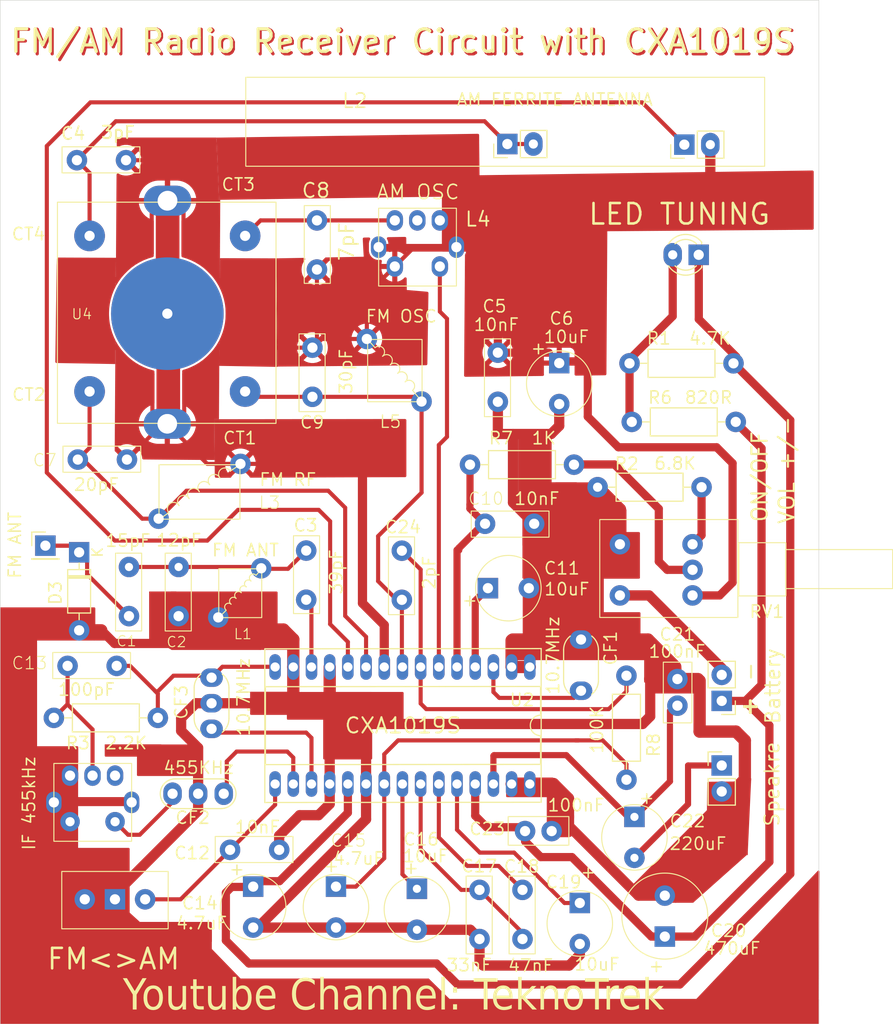
<source format=kicad_pcb>
(kicad_pcb (version 20240108) (generator "pcbnew") (generator_version "8.0")
  (layers (0 "F.Cu" signal) (31 "B.Cu" signal) (34 "B.Paste" user) (35 "F.Paste" user) (36 "B.SilkS" user "B.Silkscreen") (37 "F.SilkS" user "F.Silkscreen") (38 "B.Mask" user) (39 "F.Mask" user) (44 "Edge.Cuts" user))
  (net 0 "")
  (net 1 "Net-(C1-Pad2)")
  (net 2 "Net-(U2-FM_RF_IN)")
  (net 3 "Net-(U2-AM_RF_IN)")
  (net 4 "Net-(U2-REG_OUT)")
  (net 5 "Net-(U2-FM_RF)")
  (net 6 "Net-(C8-Pad1)")
  (net 7 "Net-(U2-FM_OSC)")
  (net 8 "Net-(U2-VOL)")
  (net 9 "Net-(U2-NF)")
  (net 10 "Net-(SW1-C)")
  (net 11 "Net-(U2-FM_AM_IF_OUT)")
  (net 12 "Net-(C13-Pad1)")
  (net 13 "Net-(D2-K)")
  (net 14 "Net-(C15-Pad1)")
  (net 15 "Net-(C16-Pad1)")
  (net 16 "Net-(U2-DET_OUT)")
  (net 17 "Net-(U2-AF_IN)")
  (net 18 "Net-(U2-RIPPLE_FILTER)")
  (net 19 "Net-(U2-VCC)")
  (net 20 "Net-(U2-AF_OUT)")
  (net 21 "Net-(C22-Pad2)")
  (net 22 "Net-(U2-AFC)")
  (net 23 "Net-(U2-FM_DISCRI)")
  (net 24 "Net-(U2-AM_IF_IN)")
  (net 25 "Net-(CF2-Pad1)")
  (net 26 "Net-(U2-FM_IF_IN)")
  (net 27 "Net-(D2-A)")
  (net 28 "Net-(J2-Pad2)")
  (net 29 "Net-(U2-AM_OSC)")
  (net 30 "Net-(R2-Pad1)")
  (net 31 "Net-(R7-Pad2)")
  (net 33 "Net-(C4-Pad1)")
  (net 34 "Net-(D3-K)")
  (net 35 "GND")
  (footprint "Add_My_Library:47nF_Capasitor" (layer "F.Cu") (at 138.08 125.2325 90)
    (property "Reference" "C18")
    (property "Value" "47nF")
  )
  (footprint "Add_My_Library:Standart_pF_Capasitor" (layer "F.Cu") (at 117.99 59.8425 -90)
    (property "Reference" "C8")
    (property "Value" "7pF")
  )
  (footprint "Crystal:Resonator-2Pin_W6.0mm_H3.0mm" (layer "F.Cu") (at 143.8 103.38 90)
    (property "Reference" "CF1")
    (property "Value" "10.7MHz")
  )
  (footprint "Add_My_Library:10uF_Capasitor" (layer "F.Cu") (at 141.67 73.38 -90)
    (property "Reference" "C6")
    (property "Value" "10uF")
  )
  (footprint "Add_My_Library:Standart_pF_Capasitor" (layer "F.Cu") (at 104.47 93.6925 90)
    (property "Reference" "C2")
    (property "Value" "12pF")
  )
  (footprint "Add_My_Library:10uF_Capasitor" (layer "F.Cu") (at 136.7 93.3625)
    (property "Reference" "C11")
    (property "Value" "10uF")
  )
  (footprint "Connector_PinHeader_2.54mm:PinHeader_1x01_P2.54mm_Vertical" (layer "F.Cu") (at 91.45 89.21)
    (property "Reference" "J3" (hide yes))
    (property "Value" "Terminal" (hide yes))
  )
  (footprint "Add_My_Library:10uF_Capasitor" (layer "F.Cu") (at 143.68 126.1125 -90)
    (property "Reference" "C19")
    (property "Value" "10uF")
  )
  (footprint "Add_My_Library:10uF_Capasitor" (layer "F.Cu") (at 127.76 124.725 -90)
    (property "Reference" "C16")
    (property "Value" "10uF")
  )
  (footprint "Resistor_THT:R_Axial_DIN0207_L6.3mm_D2.5mm_P10.16mm_Horizontal" (layer "F.Cu") (at 155.58 83.5 180)
    (property "Reference" "R2")
    (property "Value" "6.8K")
  )
  (footprint "Add_My_Library:33nF_Capasitor" (layer "F.Cu") (at 133.88 125.2325 90)
    (property "Reference" "C17")
    (property "Value" "33nF")
  )
  (footprint "Connector_PinHeader_2.54mm:PinHeader_1x02_P2.54mm_Vertical" (layer "F.Cu") (at 157.55 104.3725 180)
    (property "Reference" "J2" (hide yes))
    (property "Value" "Terminal" (hide yes))
  )
  (footprint "Add_My_Library:39pF_Capasitor" (layer "F.Cu") (at 116.94 92.0925 -90)
    (property "Reference" "C3")
    (property "Value" "39pF")
  )
  (footprint "Add_My_Library:220uF_Capasitor" (layer "F.Cu") (at 149.02 117.7025 -90)
    (property "Reference" "C22")
    (property "Value" "220uF")
  )
  (footprint "Add_My_Library:470uF_Capasitor" (layer "F.Cu") (at 151.99 125.3925 90)
    (property "Reference" "C20")
    (property "Value" "470uF")
  )
  (footprint "Add_My_Library:L5" (layer "F.Cu") (at 128.215 69.0225 -90)
    (property "Reference" "L5")
    (property "Value" "~" (hide yes))
  )
  (footprint "Add_My_Library:4_7uF_Capasitor" (layer "F.Cu") (at 111.76 124.5125 -90)
    (property "Reference" "C14")
    (property "Value" "4.7uF")
  )
  (footprint "Resistor_THT:R_Axial_DIN0207_L6.3mm_D2.5mm_P10.16mm_Horizontal" (layer "F.Cu") (at 92.28 106.03)
    (property "Reference" "R3")
    (property "Value" "2.2K")
  )
  (footprint "Crystal:Resonator-3Pin_W6.0mm_H3.0mm" (layer "F.Cu") (at 107.69 102.1025 -90)
    (property "Reference" "CF3")
    (property "Value" "10.7MHz")
  )
  (footprint "Add_My_Library:Standart_pF_Capasitor" (layer "F.Cu") (at 99.62 93.6925 90)
    (property "Reference" "C1")
    (property "Value" "15pF")
  )
  (footprint "Diode_THT:D_DO-35_SOD27_P7.62mm_Horizontal" (layer "F.Cu") (at 94.75 89.86 -90)
    (property "Reference" "D3")
    (property "Value" "1N4148" (hide yes))
  )
  (footprint "Add_My_Library:IFT_455_Khz" (layer "F.Cu") (at 96.06 111.6725 -90)
    (property "Reference" "TR1" (hide yes))
    (property "Value" "IF 455kHz")
  )
  (footprint "Add_My_Library:100nF_Capasitor" (layer "F.Cu") (at 153.22 103.54 90)
    (property "Reference" "C21")
    (property "Value" "100nF")
  )
  (footprint "Add_My_Library:Standart_pF_Capasitor" (layer "F.Cu") (at 96.93 51.5625)
    (property "Reference" "C4")
    (property "Value" "3pF")
  )
  (footprint "Add_My_Library:100nF_Capasitor" (layer "F.Cu") (at 139.63 117.09 180)
    (property "Reference" "C23")
    (property "Value" "100nF")
  )
  (footprint "Crystal:Resonator-3Pin_W7.0mm_H2.5mm" (layer "F.Cu") (at 103.88 113.44)
    (property "Reference" "CF2")
    (property "Value" "455KHz")
  )
  (footprint "Add_My_Library:10nF_Capasitor" (layer "F.Cu") (at 135.67 72.76 90)
    (property "Reference" "C5")
    (property "Value" "10nF")
  )
  (footprint "LED_THT:LED_D3.0mm" (layer "F.Cu") (at 155.3 60.8025 180)
    (property "Reference" "D2" (hide yes))
    (property "Value" "LED" (hide yes))
  )
  (footprint "Add_My_Library:4_7uF_Capasitor" (layer "F.Cu") (at 119.85 124.5125 -90)
    (property "Reference" "C15")
    (property "Value" "4.7uF")
  )
  (footprint "Add_My_Library:Standart_pF_Capasitor" (layer "F.Cu") (at 96.02 100.9525)
    (property "Reference" "C13")
    (property "Value" "100pF")
  )
  (footprint "Add_My_Library:Standart_pF_Capasitor" (layer "F.Cu") (at 97.02 80.8025)
    (property "Reference" "C7")
    (property "Value" "20pF")
  )
  (footprint "Resistor_THT:R_Axial_DIN0207_L6.3mm_D2.5mm_P10.16mm_Horizontal" (layer "F.Cu") (at 148.24 101.9125 -90)
    (property "Reference" "R8")
    (property "Value" "100K")
  )
  (footprint "Add_My_Library:L3" (layer "F.Cu") (at 110.515 86.575 180)
    (property "Reference" "L3")
    (property "Value" "~" (hide yes))
  )
  (footprint "Resistor_THT:R_Axial_DIN0207_L6.3mm_D2.5mm_P10.16mm_Horizontal" (layer "F.Cu") (at 132.95 81.3)
    (property "Reference" "R7")
    (property "Value" "1K")
  )
  (footprint "Add_My_Library:Varyabl" (layer "F.Cu") (at 103.37 66.5525)
    (property "Reference" "U4")
    (property "Value" "~" (hide yes))
  )
  (footprint "Add_My_Library:Standart_pF_Capasitor" (layer "F.Cu") (at 117.55 72.2725 90)
    (property "Reference" "C9" (hide yes))
    (property "Value" "30pF")
  )
  (footprint "Add_My_Library:2_2pF_Capasitor" (layer "F.Cu") (at 126.29 92.1025 90)
    (property "Reference" "C24")
    (property "Value" "2pF")
  )
  (footprint "Add_My_Library:10nF_Capasitor" (layer "F.Cu") (at 111.9 118.9225)
    (property "Reference" "C12")
    (property "Value" "10nF")
  )
  (footprint "Resistor_THT:R_Axial_DIN0207_L6.3mm_D2.5mm_P10.16mm_Horizontal" (layer "F.Cu") (at 148.54 71.4025)
    (property "Reference" "R1")
    (property "Value" "4.7K")
  )
  (footprint "Add_My_Library:SDIP-30_W11.43mm" (layer "F.Cu") (at 119.235 101.06125 -90)
    (property "Reference" "U2")
    (property "Value" "CXA1019S")
  )
  (footprint "Resistor_THT:R_Axial_DIN0207_L6.3mm_D2.5mm_P10.16mm_Horizontal" (layer "F.Cu") (at 158.92 77.1225 180)
    (property "Reference" "R6")
    (property "Value" "820R")
  )
  (footprint "Add_My_Library:10nF_Capasitor" (layer "F.Cu") (at 136.82 87.0725 180)
    (property "Reference" "C10")
    (property "Value" "10nF")
  )
  (footprint "Add_My_Library:SW_Slide" (layer "F.Cu") (at 98.25 123.7525 180)
    (property "Reference" "SW1" (hide yes))
    (property "Value" "FM <> AM" (hide yes))
  )
  (footprint "Add_My_Library:Am_Ferit_Ant" (layer "F.Cu") (at 111.06 48.6925)
    (property "Reference" "L2")
    (property "Value" "L_Ferrite" (hide yes))
  )
  (footprint "Add_My_Library:L4_AM_OSC" (layer "F.Cu") (at 127.8 57.4425 -90)
    (property "Reference" "L4")
    (property "Value" "AM OSC")
  )
  (footprint "Add_My_Library:L1" (layer "F.Cu") (at 112.545 91.4175 -90)
    (property "Reference" "L1")
    (property "Value" "FM ANT")
  )
  (footprint "Connector_PinHeader_2.54mm:PinHeader_1x02_P2.54mm_Vertical" (layer "F.Cu") (at 157.55 110.6825)
    (property "Reference" "J1" (hide yes))
    (property "Value" "Terminal" (hide yes))
  )
  (footprint "Add_My_Library:R_Pot_Switch_Footer" (layer "F.Cu") (at 154.7 91.5725)
    (property "Reference" "RV1" (hide yes))
    (property "Value" "50K" (hide yes))
  )
  (gr_rect (start 99.32 126.06) (end 107.62 127.85) (stroke (width 0.2)) (fill solid) (layer "F.Cu") (net 35))
  (gr_rect (start 111.56 103.58) (end 115.23 105.64) (stroke (width 0.2)) (fill solid) (layer "F.Cu") (net 35))
  (gr_rect (start 138.285 85.88) (end 145.925 98.14) (stroke (width 0.2)) (fill solid) (layer "F.Cu") (net 35))
  (gr_rect (start 92.03 113.87) (end 100.23 114.55) (stroke (width 0.2)) (fill solid) (layer "F.Cu") (net 35))
  (gr_rect (start 139.825 83.12) (end 143.34 84.68) (stroke (width 0.2)) (fill solid) (layer "F.Cu") (net 35))
  (gr_poly (pts (xy 99.6 125.11) (xy 101.53 126.87) (xy 98.2 126.75)) (stroke (width 0.2)) (fill solid) (layer "F.Cu") (net 35))
  (gr_rect (start 155.54 116.44) (end 159.99 119.3) (stroke (width 0.2)) (fill solid) (layer "F.Cu") (net 35))
  (gr_rect (start 100.5 108.73) (end 106.18 111.61) (stroke (width 0.2)) (fill solid) (layer "F.Cu") (net 35))
  (gr_rect (start 140.55 113.32) (end 142.55 117.2) (stroke (width 0.2)) (fill solid) (layer "F.Cu") (net 35))
  (gr_rect (start 87.12 95.34) (end 96.23 98.38) (stroke (width 0.2)) (fill solid) (layer "F.Cu") (net 35))
  (gr_rect (start 104.29 96.17) (end 109.02 97.88) (stroke (width 0.2)) (fill solid) (layer "F.Cu") (net 35))
  (gr_poly (pts (xy 156.23 112.37) (xy 156.19 116.46) (xy 159.99 116.44) (xy 159.88 112.34)) (stroke (width 0.2)) (fill solid) (layer "F.Cu") (net 35))
  (gr_rect (start 118.7 103.6) (end 123.29 109.99) (stroke (width 0.2)) (fill solid) (layer "F.Cu") (net 35))
  (gr_rect (start 88.205 108.9) (end 94.565 110.31) (stroke (width 0.2)) (fill solid) (layer "F.Cu") (net 35))
  (gr_rect (start 151.07 99.795) (end 152.08 103.425) (stroke (width 0.2)) (fill solid) (layer "F.Cu") (net 35))
  (gr_poly (pts (xy 154.715 123.99) (xy 159.99 119.3) (xy 155.54 116.44) (xy 152.235 122.37)) (stroke (width 0.2)) (fill solid) (layer "F.Cu") (net 35))
  (gr_rect (start 152.235 119.51) (end 156.6 122.19) (stroke (width 0.2)) (fill solid) (layer "F.Cu") (net 35))
  (gr_rect (start 150.07 98.405) (end 151.08 102.495) (stroke (width 0.2)) (fill solid) (layer "F.Cu") (net 35))
  (gr_poly (pts (xy 154.76 133.95) (xy 167.01 121.04) (xy 166.94 135.41) (xy 154.11 135.45)) (stroke (width 0.2)) (fill solid) (layer "F.Cu") (net 35))
  (gr_rect (start 138.175 87.98) (end 149.455 92.34) (stroke (width 0.2)) (fill solid) (layer "F.Cu") (net 35))
  (gr_rect (start 137.15 97.905) (end 150.32 100.295) (stroke (width 0.2)) (fill solid) (layer "F.Cu") (net 35))
  (gr_rect (start 112.39 103.77) (end 116.51 105.44) (stroke (width 0.2)) (fill solid) (layer "F.Cu") (net 35))
  (gr_rect (start 151.31 120.28) (end 154.715 123.99) (stroke (width 0.2)) (fill solid) (layer "F.Cu") (net 35))
  (gr_rect (start 130.3 55.13) (end 133.45 60.38) (stroke (width 0.2)) (fill solid) (layer "F.Cu") (net 4))
  (gr_rect (start 112.465 98.04) (end 115.33 99.29) (stroke (width 0.2)) (fill solid) (layer "F.Cu") (net 35))
  (gr_rect (start 101.69 93.785) (end 104.21 98.495) (stroke (width 0.2)) (fill solid) (layer "F.Cu") (net 35))
  (gr_rect (start 106.635 131.59) (end 128.875 135.86) (stroke (width 0.2)) (fill solid) (layer "F.Cu") (net 35))
  (gr_rect (start 89.61 110.28) (end 94.55 119.05) (stroke (width 0.2)) (fill solid) (layer "F.Cu") (net 35))
  (gr_rect (start 150.71 101.85) (end 155.1 103.55) (stroke (width 0.2)) (fill solid) (layer "F.Cu") (net 35))
  (gr_rect (start 97.35 108.72) (end 102.72 109.72) (stroke (width 0.2)) (fill solid) (layer "F.Cu") (net 35))
  (gr_rect (start 151.88 100.3) (end 152.89 103.42) (stroke (width 0.2)) (fill solid) (layer "F.Cu") (net 35))
  (gr_rect (start 87.115 126.87) (end 107.615 135.86) (stroke (width 0.2)) (fill solid) (layer "F.Cu") (net 35))
  (gr_rect (start 137.75 77.91) (end 140.825 85.6) (stroke (width 0.2)) (fill solid) (layer "F.Cu") (net 35))
  (gr_rect (start 87.12 95.405) (end 90.54 126.885) (stroke (width 0.2)) (fill solid) (layer "F.Cu") (net 35))
  (gr_rect (start 140.85 84.5) (end 146.84 87.47) (stroke (width 0.2)) (fill solid) (layer "F.Cu") (net 35))
  (gr_rect (start 123.55 59.84) (end 133.01 60.39) (stroke (width 0.2)) (fill solid) (layer "F.Cu") (net 4))
  (gr_poly (pts (xy 107 128.01) (xy 110.63 131.74) (xy 107.13 131.48) (xy 106.67 128.14)) (stroke (width 0.2)) (fill solid) (layer "F.Cu") (net 35))
  (gr_rect (start 103.805 98.04) (end 112.465 99.3) (stroke (width 0.2)) (fill solid) (layer "F.Cu") (net 35))
  (gr_poly (pts (xy 159.99 119.3) (xy 160.33 111.99) (xy 156.58 116.14)) (stroke (width 0.2)) (fill solid) (layer "F.Cu") (net 35))
  (gr_rect (start 136.58 111.96) (end 141.02 113.68) (stroke (width 0.2)) (fill solid) (layer "F.Cu") (net 35))
  (gr_poly (pts (xy 149.29 122.03) (xy 156.29 115) (xy 153.0125 123.99) (xy 149.69 123.11) (xy 148.71 122.59)) (stroke (width 0.2)) (fill solid) (layer "F.Cu") (net 35))
  (gr_rect (start 89.97 97.93) (end 97.48 97.9554) (stroke (width 0.2)) (fill solid) (layer "F.Cu") (net 35))
  (gr_rect (start 115.15 103.6) (end 126.36 106.11) (stroke (width 0.2)) (fill solid) (layer "F.Cu") (net 35))
  (gr_poly (pts (xy 128.875 131.59) (xy 131 133.67) (xy 128.41 133.42) (xy 128.47 131.75)) (stroke (width 0.2)) (fill solid) (layer "F.Cu") (net 35))
  (gr_rect (start 127.48 133.58) (end 166.96 135.86) (stroke (width 0.2)) (fill solid) (layer "F.Cu") (net 35))
  (gr_rect (start 103.8 93.79) (end 114.045 98.44) (stroke (width 0.2)) (fill solid) (layer "F.Cu") (net 35))
  (gr_rect (start 153.705 121.1) (end 154.74 123.45) (stroke (width 0.2)) (fill solid) (layer "F.Cu") (net 35))
  (gr_rect (start 138.17 85.72) (end 148.14 89.14) (stroke (width 0.2)) (fill solid) (layer "F.Cu") (net 35))
  (gr_rect (start 141.415 83.13) (end 145.755 88.5) (stroke (width 0.2)) (fill solid) (layer "F.Cu") (net 35))
  (gr_rect (start 89.615 118.83) (end 99.585 126.87) (stroke (width 0.2)) (fill solid) (layer "F.Cu") (net 35))
  (gr_rect (start 96.23 97.97) (end 97.48 98.38) (stroke (width 0.2)) (fill solid) (layer "F.Cu") (net 35))
  (gr_rect (start 138.445 95.81) (end 149.51 98.09) (stroke (width 0.2)) (fill solid) (layer "F.Cu") (net 35))
  (gr_rect (start 153.66 117.98) (end 157.765 120.73) (stroke (width 0.2)) (fill solid) (layer "F.Cu") (net 35))
  (gr_rect (start 87.04 35.94) (end 167.04 135.94) (stroke (width 0.05)) (fill none) (layer "Edge.Cuts"))
  (gr_text "FM/AM Radio Receiver Circuit with CXA1019S" (at 126.53 40.08 0) (layer "F.Cu") (effects (font (size 2.4 2.2) (thickness 0.3125))))
  (gr_text "FM ANT" (at 89.17 92.52 90) (layer "F.SilkS") (effects (font (size 1.2 1.2)) (justify left bottom)))
  (gr_text "FM<>AM" (at 91.47 130.75 0) (layer "F.SilkS") (effects (font (size 2 2) (thickness 0.25)) (justify left bottom)))
  (gr_text "FM/AM Radio Receiver Circuit with CXA1019S" (at 126.34 39.93 0) (layer "F.SilkS") (effects (font (size 2.2 2.2) (thickness 0.3125))))
  (gr_text "FM OSC" (at 122.68 67.51 0) (layer "F.SilkS") (effects (font (size 1.2 1.2)) (justify left bottom)))
  (gr_text "LED TUNING" (at 144.38 58 0) (layer "F.SilkS") (effects (font (size 2 2) (thickness 0.25)) (justify left bottom)))
  (gr_text "FM RF" (at 112.28 83.46 0) (layer "F.SilkS") (effects (font (size 1.2 1.2)) (justify left bottom)))
  (gr_text "Battery" (at 163.37 106.75 90) (layer "F.SilkS") (effects (font (size 1.4 1.4) (thickness 0.175)) (justify left bottom)))
  (gr_text "AM FERRITE ANTENNA" (at 131.57 46.35 0) (layer "F.SilkS") (effects (font (size 1.2 1.2)) (justify left bottom)))
  (gr_text "Youtube Channel: TeknoTrek" (at 125.48 133.27 0) (layer "F.SilkS") (effects (font (size 3 2.7) (thickness 0.3375))))
  (gr_text "Speakre" (at 163.29 116.75 90) (layer "F.SilkS") (effects (font (size 1.4 1.4) (thickness 0.175)) (justify left bottom)))
  (segment (start 112.42 91.2925) (end 112.545 91.4175) (width 0.4) (layer "F.Cu") (net 1))
  (segment (start 104.47 91.2925) (end 112.42 91.2925) (width 0.4) (layer "F.Cu") (net 1))
  (segment (start 112.6 91.4725) (end 112.545 91.4175) (width 0.4) (layer "F.Cu") (net 1))
  (segment (start 99.62 91.2925) (end 104.47 91.2925) (width 0.4) (layer "F.Cu") (net 1))
  (segment (start 116.94 89.6925) (end 115.16 91.4725) (width 0.4) (layer "F.Cu") (net 1))
  (segment (start 115.16 91.4725) (end 112.6 91.4725) (width 0.4) (layer "F.Cu") (net 1))
  (segment (start 116.94 94.4925) (end 117.45 95.0025) (width 0.4) (layer "F.Cu") (net 2))
  (segment (start 117.45 101.05425) (end 117.457 101.06125) (width 0.4) (layer "F.Cu") (net 2))
  (segment (start 117.45 95.0025) (end 117.45 101.05425) (width 0.4) (layer "F.Cu") (net 2))
  (segment (start 119.28 86.8325) (end 119.28 96.88) (width 0.4) (layer "F.Cu") (net 3))
  (segment (start 91.59 82.0725) (end 98.23 88.7125) (width 0.4) (layer "F.Cu") (net 3))
  (segment (start 98.23 88.7125) (end 107.28 88.7125) (width 0.4) (layer "F.Cu") (net 3))
  (segment (start 149.765 45.9125) (end 95.85 45.9125) (width 0.4) (layer "F.Cu") (net 3))
  (segment (start 121.013 98.613) (end 121.013 101.06125) (width 0.4) (layer "F.Cu") (net 3))
  (segment (start 91.59 50.1725) (end 91.59 82.0725) (width 0.4) (layer "F.Cu") (net 3))
  (segment (start 110.28 85.7125) (end 118.16 85.7125) (width 0.4) (layer "F.Cu") (net 3))
  (segment (start 153.895 50.0425) (end 149.765 45.9125) (width 0.4) (layer "F.Cu") (net 3))
  (segment (start 107.28 88.7125) (end 110.28 85.7125) (width 0.4) (layer "F.Cu") (net 3))
  (segment (start 119.28 96.88) (end 121.013 98.613) (width 0.4) (layer "F.Cu") (net 3))
  (segment (start 95.85 45.9125) (end 91.59 50.1725) (width 0.4) (layer "F.Cu") (net 3))
  (segment (start 118.16 85.7125) (end 119.28 86.8325) (width 0.4) (layer "F.Cu") (net 3))
  (segment (start 141.67 71.38) (end 141.84 71.21) (width 0.4) (layer "F.Cu") (net 4))
  (segment (start 133.09 60.56) (end 135.67 63.14) (width 0.4) (layer "F.Cu") (net 4))
  (segment (start 101.84 56.540393) (end 101.84 60.6525) (width 0.4) (layer "F.Cu") (net 4))
  (segment (start 125.6 61.9425) (end 127.4275 60.115) (width 0.4) (layer "F.Cu") (net 4))
  (segment (start 127.4275 60.115) (end 128.28 60.115) (width 0.4) (layer "F.Cu") (net 4))
  (segment (start 117.99 62.2425) (end 117.99 69.4325) (width 0.4) (layer "F.Cu") (net 4))
  (segment (start 157.3475 94.0725) (end 154.7 94.0725) (width 0.8) (layer "F.Cu") (net 4))
  (segment (start 105.02 72.4525) (end 105.02 76.209607) (width 0.4) (layer "F.Cu") (net 4))
  (segment (start 124.569 96.9615) (end 124.569 101.06125) (width 0.9) (layer "F.Cu") (net 4))
  (segment (start 156.435 50.0425) (end 156.435 53.125) (width 1) (layer "F.Cu") (net 4))
  (segment (start 156.435 53.125) (end 154.42 55.14) (width 0.4) (layer "F.Cu") (net 4))
  (segment (start 109.45 65.0825) (end 109.27 64.9025) (width 0.4) (layer "F.Cu") (net 4))
  (segment (start 103.4 55.5025) (end 102.877893 55.5025) (width 0.4) (layer "F.Cu") (net 4))
  (segment (start 144.46 76.6125) (end 147.4475 79.6) (width 0.8) (layer "F.Cu") (net 4))
  (segment (start 154.42 55.14) (end 137.91 55.14) (width 0.4) (layer "F.Cu") (net 4))
  (segment (start 133.09 59.96) (end 133.09 60.56) (width 0.4) (layer "F.Cu") (net 4))
  (segment (start 103.4 52.76) (end 103.4 55.5025) (width 0.4) (layer "F.Cu") (net 4))
  (segment (start 117.55 69.8725) (end 110.22 69.8725) (width 0.4) (layer "F.Cu") (net 4))
  (segment (start 109.27 68.996361) (end 105.813861 72.4525) (width 0.4) (layer "F.Cu") (net 4))
  (segment (start 105.02 76.209607) (end 103.927107 77.3025) (width 0.4) (layer "F.Cu") (net 4))
  (segment (start 135.67 70.36) (end 140.65 70.36) (width 0.8) (layer "F.Cu") (net 4))
  (segment (start 104.95 56.540393) (end 104.95 60.6525) (width 0.4) (layer "F.Cu") (net 4))
  (segment (start 97.47 64.108639) (end 97.47 68.996361) (width 0.4) (layer "F.Cu") (net 4))
  (segment (start 103.912107 55.5025) (end 104.95 56.540393) (width 0.4) (layer "F.Cu") (net 4))
  (segment (start 122.395 81.225) (end 122.44 81.27) (width 0.9) (layer "F.Cu") (net 4))
  (segment (start 103.927107 77.3025) (end 103.37 77.3025) (width 0.4) (layer "F.Cu") (net 4))
  (segment (start 122.44 81.27) (end 122.44 94.8325) (width 0.9) (layer "F.Cu") (net 4))
  (segment (start 110.515 81.225) (end 119.485 81.225) (width 0.4) (layer "F.Cu") (net 4))
  (segment (start 117.99 69.4325) (end 117.55 69.8725) (width 0.4) (layer "F.Cu") (net 4))
  (segment (start 130 57.4425) (end 130.936346 57.4425) (width 0.4) (layer "F.Cu") (net 4))
  (segment (start 135.67 63.14) (end 135.67 70.36) (width 0.8) (layer "F.Cu") (net 4))
  (segment (start 105.813861 60.6525) (end 109.27 64.108639) (width 0.4) (layer "F.Cu") (net 4))
  (segment (start 130.936346 57.4425) (end 133.09 57.4425) (width 0.8) (layer "F.Cu") (net 4))
  (segment (start 122.865 69.0225) (end 122.865 64.6775) (width 0.4) (layer "F.Cu") (net 4))
  (segment (start 102.2025 51.5625) (end 103.4 52.76) (width 0.4) (layer "F.Cu") (net 4))
  (segment (start 105.813861 72.4525) (end 105.02 72.4525) (width 0.4) (layer "F.Cu") (net 4))
  (segment (start 122.865 69.0225) (end 118.4 69.0225) (width 0.4) (layer "F.Cu") (net 4))
  (segment (start 122.44 94.8325) (end 124.569 96.9615) (width 0.9) (layer "F.Cu") (net 4))
  (segment (start 141.84 71.21) (end 144.46 71.21) (width 0.8) (layer "F.Cu") (net 4))
  (segment (start 147.4475 79.6) (end 157.05 79.6) (width 0.8) (layer "F.Cu") (net 4))
  (segment (start 102.877893 55.5025) (end 101.84 56.540393) (width 0.4) (layer "F.Cu") (net 4))
  (segment (start 110.22 69.8725) (end 109.45 69.1025) (width 0.4) (layer "F.Cu") (net 4))
  (segment (start 99.33 51.5625) (end 102.2025 51.5625) (width 0.4) (layer "F.Cu") (net 4))
  (segment (start 104.95 60.6525) (end 105.813861 60.6525) (width 0.4) (layer "F.Cu") (net 4))
  (segment (start 103.4 55.5025) (end 103.912107 55.5025) (width 0.4) (layer "F.Cu") (net 4))
  (segment (start 109.45 69.1025) (end 109.45 65.0825) (width 0.4) (layer "F.Cu") (net 4))
  (segment (start 157.05 79.6) (end 158.61 81.16) (width 0.8) (layer "F.Cu") (net 4))
  (segment (start 107.2725 81.225) (end 103.36 77.3125) (width 0.4) (layer "F.Cu") (net 4))
  (segment (start 101.91 72.4525) (end 101.91 76.209607) (width 0.4) (layer "F.Cu") (net 4))
  (segment (start 100.926139 72.4525) (end 101.91 72.4525) (width 0.4) (layer "F.Cu") (net 4))
  (segment (start 122.865 64.6775) (end 125.6 61.9425) (width 0.4) (layer "F.Cu") (net 4))
  (segment (start 158.61 92.81) (end 157.3475 94.0725) (width 0.8) (layer "F.Cu") (net 4))
  (segment (start 103.012893 77.3125) (end 103.36 77.3125) (width 0.4) (layer "F.Cu") (net 4))
  (segment (start 109.27 64.108639) (end 109.27 64.9025) (width 0.4) (layer "F.Cu") (net 4))
  (segment (start 102.91 77.3125) (end 103.36 77.3125) (width 0.4) (layer "F.Cu") (net 4))
  (segment (start 110.515 81.225) (end 107.2725 81.225) (width 0.4) (layer "F.Cu") (net 4))
  (segment (start 140.65 70.36) (end 141.67 71.38) (width 0.4) (layer "F.Cu") (net 4))
  (segment (start 119.485 81.225) (end 122.395 81.225) (width 0.9) (layer "F.Cu") (net 4))
  (segment (start 109.27 64.9025) (end 109.27 68.996361) (width 0.4) (layer "F.Cu") (net 4))
  (segment (start 97.47 68.996361) (end 100.926139 72.4525) (width 0.4) (layer "F.Cu") (net 4))
  (segment (start 101.84 60.6525) (end 100.926139 60.6525) (width 0.4) (layer "F.Cu") (net 4))
  (segment (start 99.42 80.8025) (end 102.91 77.3125) (width 0.4) (layer "F.Cu") (net 4))
  (segment (start 118.4 69.0225) (end 117.55 69.8725) (width 0.4) (layer "F.Cu") (net 4))
  (segment (start 133.09 59.596154) (end 133.09 59.96) (width 0.4) (layer "F.Cu") (net 4))
  (segment (start 100.926139 60.6525) (end 97.47 64.108639) (width 0.4) (layer "F.Cu") (net 4))
  (segment (start 101.91 76.209607) (end 103.012893 77.3125) (width 0.4) (layer "F.Cu") (net 4))
  (segment (start 133.09 57.4425) (end 133.09 59.596154) (width 0.8) (layer "F.Cu") (net 4))
  (segment (start 158.61 81.16) (end 158.61 92.81) (width 0.8) (layer "F.Cu") (net 4))
  (segment (start 137.91 55.14) (end 133.09 59.96) (width 0.4) (layer "F.Cu") (net 4))
  (segment (start 144.46 71.21) (end 144.46 76.6125) (width 0.8) (layer "F.Cu") (net 4))
  (segment (start 122.791 98.111) (end 122.791 101.06125) (width 0.4) (layer "F.Cu") (net 5))
  (segment (start 102.515 86.575) (end 105.2475 83.8425) (width 0.4) (layer "F.Cu") (net 5))
  (segment (start 119.09 83.8425) (end 120.75 85.5025) (width 0.4) (layer "F.Cu") (net 5))
  (segment (start 105.2475 83.8425) (end 119.09 83.8425) (width 0.4) (layer "F.Cu") (net 5))
  (segment (start 100.915 86.575) (end 102.515 86.575) (width 0.4) (layer "F.Cu") (net 5))
  (segment (start 122.791 101.06125) (end 122.791 100.31125) (width 0.4) (layer "F.Cu") (net 5))
  (segment (start 94.62 80.8025) (end 95.1425 80.8025) (width 0.4) (layer "F.Cu") (net 5))
  (segment (start 95.1425 80.8025) (end 100.915 86.575) (width 0.4) (layer "F.Cu") (net 5))
  (segment (start 95.77 74.1525) (end 95.77 79.6525) (width 0.4) (layer "F.Cu") (net 5))
  (segment (start 95.77 79.6525) (end 94.62 80.8025) (width 0.4) (layer "F.Cu") (net 5))
  (segment (start 120.75 85.5025) (end 120.75 96.07) (width 0.4) (layer "F.Cu") (net 5))
  (segment (start 120.75 96.07) (end 122.791 98.111) (width 0.4) (layer "F.Cu") (net 5))
  (segment (start 122.791 101.06125) (end 122.791 100.091) (width 0.4) (layer "F.Cu") (net 5))
  (segment (start 117.99 57.4425) (end 112.48 57.4425) (width 0.4) (layer "F.Cu") (net 6))
  (segment (start 117.99 57.4425) (end 125.6 57.4425) (width 0.4) (layer "F.Cu") (net 6))
  (segment (start 112.48 57.4425) (end 110.97 58.9525) (width 0.4) (layer "F.Cu") (net 6))
  (segment (start 125.6 57.4425) (end 125.6 57.5425) (width 0.4) (layer "F.Cu") (net 6))
  (segment (start 123.97 88.28) (end 123.97 92.6825) (width 0.4) (layer "F.Cu") (net 7))
  (segment (start 128.215 75.1325) (end 128.215 84.035) (width 0.4) (layer "F.Cu") (net 7))
  (segment (start 111.49 74.6725) (end 110.97 74.1525) (width 0.4) (layer "F.Cu") (net 7))
  (segment (start 117.55 74.6725) (end 117.6725 74.6725) (width 0.4) (layer "F.Cu") (net 7))
  (segment (start 127.755 74.6725) (end 128.215 75.1325) (width 0.4) (layer "F.Cu") (net 7))
  (segment (start 117.55 74.6725) (end 127.755 74.6725) (width 0.4) (layer "F.Cu") (net 7))
  (segment (start 117.55 74.6725) (end 111.49 74.6725) (width 0.4) (layer "F.Cu") (net 7))
  (segment (start 126.29 94.5025) (end 126.29 101.00425) (width 0.4) (layer "F.Cu") (net 7))
  (segment (start 123.97 92.6825) (end 125.77 94.4825) (width 0.4) (layer "F.Cu") (net 7))
  (segment (start 128.215 84.035) (end 123.97 88.28) (width 0.4) (layer "F.Cu") (net 7))
  (segment (start 126.29 101.00425) (end 126.347 101.06125) (width 0.4) (layer "F.Cu") (net 7))
  (segment (start 132.95 81.3) (end 132.95 85.18) (width 0.7) (layer "F.Cu") (net 8))
  (segment (start 132.94 85.5925) (end 134.42 87.0725) (width 0.7) (layer "F.Cu") (net 8))
  (segment (start 131.681 101.06125) (end 131.681 89.639) (width 0.7) (layer "F.Cu") (net 8))
  (segment (start 134.2475 87.0725) (end 134.42 87.0725) (width 0.7) (layer "F.Cu") (net 8))
  (segment (start 131.8535 89.639) (end 131.8535 89.4665) (width 0.7) (layer "F.Cu") (net 8))
  (segment (start 132.94 85.19) (end 132.94 85.5925) (width 0.7) (layer "F.Cu") (net 8))
  (segment (start 131.8535 89.4665) (end 134.2475 87.0725) (width 0.7) (layer "F.Cu") (net 8))
  (segment (start 131.681 89.639) (end 131.8535 89.639) (width 0.4) (layer "F.Cu") (net 8))
  (segment (start 132.95 85.18) (end 132.94 85.19) (width 0.4) (layer "F.Cu") (net 8))
  (segment (start 133.459 101.06125) (end 133.459 94.6035) (width 0.7) (layer "F.Cu") (net 9))
  (segment (start 133.459 94.6035) (end 134.7 93.3625) (width 0.7) (layer "F.Cu") (net 9))
  (segment (start 104.67 123.7525) (end 109.5 118.9225) (width 0.4) (layer "F.Cu") (net 10))
  (segment (start 113.901 114.5215) (end 113.901 112.49125) (width 0.4) (layer "F.Cu") (net 10))
  (segment (start 109.5 118.9225) (end 113.901 114.5215) (width 0.4) (layer "F.Cu") (net 10))
  (segment (start 101.2 123.7525) (end 104.67 123.7525) (width 0.4) (layer "F.Cu") (net 10))
  (segment (start 109.5 118.9225) (end 109.5 119.2925) (width 0.4) (layer "F.Cu") (net 10))
  (segment (start 113.87975 101.04) (end 113.901 101.06125) (width 0.4) (layer "F.Cu") (net 11))
  (segment (start 107.4975 101.91) (end 107.69 102.1025) (width 0.4) (layer "F.Cu") (net 11))
  (segment (start 102.44 103.6625) (end 102.14875 103.37125) (width 0.4) (layer "F.Cu") (net 11))
  (segment (start 102.44 106.03) (end 102.44 103.6625) (width 0.4) (layer "F.Cu") (net 11))
  (segment (start 107.69 102.1025) (end 108.7525 101.04) (width 0.4) (layer "F.Cu") (net 11))
  (segment (start 103.9725 101.91) (end 107.4975 101.91) (width 0.4) (layer "F.Cu") (net 11))
  (segment (start 108.7525 101.04) (end 113.87975 101.04) (width 0.4) (layer "F.Cu") (net 11))
  (segment (start 102.33 103.5525) (end 103.9725 101.91) (width 0.4) (layer "F.Cu") (net 11))
  (segment (start 99.73 100.9525) (end 102.14875 103.37125) (width 0.4) (layer "F.Cu") (net 11))
  (segment (start 102.14875 103.37125) (end 102.33 103.5525) (width 0.4) (layer "F.Cu") (net 11))
  (segment (start 98.42 100.9525) (end 99.73 100.9525) (width 0.4) (layer "F.Cu") (net 11))
  (segment (start 93.62 100.9525) (end 93.62 104.7225) (width 0.4) (layer "F.Cu") (net 12))
  (segment (start 92.28 106.03) (end 93.5875 104.7225) (width 0.4) (layer "F.Cu") (net 12))
  (segment (start 93.62 104.7225) (end 96.06 107.1625) (width 0.4) (layer "F.Cu") (net 12))
  (segment (start 96.06 107.1625) (end 96.06 111.6725) (width 0.4) (layer "F.Cu") (net 12))
  (segment (start 93.5875 104.7225) (end 93.62 104.7225) (width 0.4) (layer "F.Cu") (net 12))
  (segment (start 164.25 121.28) (end 153.46 132.07) (width 0.8) (layer "F.Cu") (net 13))
  (segment (start 164.25 76.9525) (end 164.25 121.28) (width 0.8) (layer "F.Cu") (net 13))
  (segment (start 111.3375 130.02) (end 109.09 127.7725) (width 0.8) (layer "F.Cu") (net 13))
  (segment (start 158.7 71.4025) (end 164.25 76.9525) (width 0.8) (layer "F.Cu") (net 13))
  (segment (start 121.013 112.49125) (end 121.013 115.297) (width 0.8) (layer "F.Cu") (net 13))
  (segment (start 121.013 115.297) (end 114.3275 121.9825) (width 0.8) (layer "F.Cu") (net 13))
  (segment (start 155.3 60.8025) (end 155.3 62.4425) (width 0.8) (layer "F.Cu") (net 13))
  (segment (start 131.73 132.07) (end 129.68 130.02) (width 0.8) (layer "F.Cu") (net 13))
  (segment (start 109.09 127.7725) (end 109.09 123.1025) (width 0.8) (layer "F.Cu") (net 13))
  (segment (start 153.46 132.07) (end 131.73 132.07) (width 0.8) (layer "F.Cu") (net 13))
  (segment (start 155.31 67.0925) (end 158.97 70.7525) (width 0.8) (layer "F.Cu") (net 13))
  (segment (start 155.3 62.4425) (end 155.31 62.4525) (width 0.4) (layer "F.Cu") (net 13))
  (segment (start 114.3275 121.9825) (end 112.29 121.9825) (width 0.8) (layer "F.Cu") (net 13))
  (segment (start 112.29 121.9825) (end 111.76 122.5125) (width 0.4) (layer "F.Cu") (net 13))
  (segment (start 109.65 122.5425) (end 111.83 122.5425) (width 0.8) (layer "F.Cu") (net 13))
  (segment (start 155.31 62.4525) (end 155.31 67.0925) (width 0.8) (layer "F.Cu") (net 13))
  (segment (start 129.68 130.02) (end 111.3375 130.02) (width 0.8) (layer "F.Cu") (net 13))
  (segment (start 109.09 123.1025) (end 109.65 122.5425) (width 0.8) (layer "F.Cu") (net 13))
  (segment (start 148.24 112.0725) (end 148.24 110.5525) (width 0.4) (layer "F.Cu") (net 14))
  (segment (start 124.569 109.581) (end 124.569 112.49125) (width 0.4) (layer "F.Cu") (net 14))
  (segment (start 124.569 112.49125) (end 124.569 119.741) (width 0.4) (layer "F.Cu") (net 14))
  (segment (start 145.9175 108.23) (end 143.26 108.23) (width 0.4) (layer "F.Cu") (net 14))
  (segment (start 124.96 112.88225) (end 124.569 112.49125) (width 0.4) (layer "F.Cu") (net 14))
  (segment (start 125.92 108.23) (end 124.569 109.581) (width 0.4) (layer "F.Cu") (net 14))
  (segment (start 121.7975 122.5125) (end 119.85 122.5125) (width 0.4) (layer "F.Cu") (net 14))
  (segment (start 148.24 110.5525) (end 145.9175 108.23) (width 0.4) (layer "F.Cu") (net 14))
  (segment (start 124.569 119.741) (end 121.7975 122.5125) (width 0.4) (layer "F.Cu") (net 14))
  (segment (start 143.54 108.23) (end 125.92 108.23) (width 0.4) (layer "F.Cu") (net 14))
  (segment (start 126.347 121.312) (end 127.76 122.725) (width 0.4) (layer "F.Cu") (net 15))
  (segment (start 126.347 112.49125) (end 126.347 121.312) (width 0.4) (layer "F.Cu") (net 15))
  (segment (start 138.08 127.0325) (end 138.08 127.6325) (width 0.4) (layer "F.Cu") (net 16))
  (segment (start 133.88 122.8325) (end 138.08 127.0325) (width 0.4) (layer "F.Cu") (net 16))
  (segment (start 128.125 118.865) (end 128.125 112.49125) (width 0.4) (layer "F.Cu") (net 16))
  (segment (start 132.0925 122.8325) (end 128.125 118.865) (width 0.4) (layer "F.Cu") (net 16))
  (segment (start 133.88 122.8325) (end 132.0925 122.8325) (width 0.4) (layer "F.Cu") (net 16))
  (segment (start 138.08 122.8325) (end 135.7375 120.49) (width 0.4) (layer "F.Cu") (net 17))
  (segment (start 138.08 122.8325) (end 137.44 122.8325) (width 0.4) (layer "F.Cu") (net 17))
  (segment (start 135.7375 120.49) (end 132.68 120.49) (width 0.4) (layer "F.Cu") (net 17))
  (segment (start 129.903 117.713) (end 129.903 112.49125) (width 0.4) (layer "F.Cu") (net 17))
  (segment (start 132.68 120.49) (end 129.903 117.713) (width 0.4) (layer "F.Cu") (net 17))
  (segment (start 133.91 119.19) (end 131.681 116.961) (width 0.4) (layer "F.Cu") (net 18))
  (segment (start 131.681 116.961) (end 131.681 112.49125) (width 0.4) (layer "F.Cu") (net 18))
  (segment (start 142.1825 124.1125) (end 137.26 119.19) (width 0.4) (layer "F.Cu") (net 18))
  (segment (start 137.26 119.19) (end 133.91 119.19) (width 0.4) (layer "F.Cu") (net 18))
  (segment (start 131.61 112.56225) (end 131.681 112.49125) (width 0.4) (layer "F.Cu") (net 18))
  (segment (start 143.68 124.1125) (end 142.1825 124.1125) (width 0.4) (layer "F.Cu") (net 18))
  (segment (start 137.9525 116.7125) (end 138.33 117.09) (width 0.4) (layer "F.Cu") (net 19))
  (segment (start 154.9075 127.3925) (end 162.21 120.09) (width 0.8) (layer "F.Cu") (net 19))
  (segment (start 159.8125 104.3725) (end 157.55 104.3725) (width 0.8) (layer "F.Cu") (net 19))
  (segment (start 138.33 118.09) (end 138.33 117.09) (width 0.4) (layer "F.Cu") (net 19))
  (segment (start 142.91 119.63) (end 150.6725 127.3925) (width 0.8) (layer "F.Cu") (net 19))
  (segment (start 133.459 115.5915) (end 134.58 116.7125) (width 0.8) (layer "F.Cu") (net 19))
  (segment (start 162.21 120.09) (end 162.21 106.77) (width 0.8) (layer "F.Cu") (net 19))
  (segment (start 138.33 118.09) (end 139.87 119.63) (width 0.8) (layer "F.Cu") (net 19))
  (segment (start 162.21 106.77) (end 159.8125 104.3725) (width 0.8) (layer "F.Cu") (net 19))
  (segment (start 139.87 119.63) (end 142.91 119.63) (width 0.8) (layer "F.Cu") (net 19))
  (segment (start 133.459 112.49125) (end 133.459 115.5915) (width 0.8) (layer "F.Cu") (net 19))
  (segment (start 150.6725 127.3925) (end 151.3725 127.3925) (width 0.8) (layer "F.Cu") (net 19))
  (segment (start 158.92 77.1225) (end 158.92 77.17) (width 0.8) (layer "F.Cu") (net 19))
  (segment (start 134.58 116.7125) (end 137.9525 116.7125) (width 0.8) (layer "F.Cu") (net 19))
  (segment (start 151.99 127.3925) (end 151.3725 127.3925) (width 0.4) (layer "F.Cu") (net 19))
  (segment (start 158.92 77.17) (end 161.44 79.69) (width 0.8) (layer "F.Cu") (net 19))
  (segment (start 161.44 79.69) (end 161.44 102.8025) (width 0.8) (layer "F.Cu") (net 19))
  (segment (start 161.44 102.8025) (end 159.87 104.3725) (width 0.8) (layer "F.Cu") (net 19))
  (segment (start 151.99 127.3925) (end 154.9075 127.3925) (width 0.8) (layer "F.Cu") (net 19))
  (segment (start 142.3575 109.67) (end 135.3 109.67) (width 0.6) (layer "F.Cu") (net 20))
  (segment (start 153.22 104.84) (end 152.97 104.84) (width 0.4) (layer "F.Cu") (net 20))
  (segment (start 135.3 109.67) (end 135.237 109.733) (width 0.6) (layer "F.Cu") (net 20))
  (segment (start 152.49 105.32) (end 152.49 105.1025) (width 0.4) (layer "F.Cu") (net 20))
  (segment (start 152.49 112.2325) (end 152.49 105.32) (width 0.6) (layer "F.Cu") (net 20))
  (segment (start 149.02 115.7025) (end 148.39 115.7025) (width 0.4) (layer "F.Cu") (net 20))
  (segment (start 152.97 104.84) (end 152.49 105.32) (width 0.4) (layer "F.Cu") (net 20))
  (segment (start 148.39 115.7025) (end 142.3575 109.67) (width 0.6) (layer "F.Cu") (net 20))
  (segment (start 135.237 109.733) (end 135.237 112.49125) (width 0.6) (layer "F.Cu") (net 20))
  (segment (start 149.02 115.7025) (end 152.49 112.2325) (width 0.6) (layer "F.Cu") (net 20))
  (segment (start 154.26 110.6825) (end 157.55 110.6825) (width 0.6) (layer "F.Cu") (net 21))
  (segment (start 149.02 119.7025) (end 154.26 114.4625) (width 0.6) (layer "F.Cu") (net 21))
  (segment (start 154.26 114.4625) (end 154.26 110.6825) (width 0.6) (layer "F.Cu") (net 21))
  (segment (start 148.24 101.9125) (end 148.24 103.44) (width 0.4) (layer "F.Cu") (net 22))
  (segment (start 146.5 105.18) (end 128.68 105.18) (width 0.4) (layer "F.Cu") (net 22))
  (segment (start 128.125 91.5375) (end 128.125 101.06125) (width 0.4) (layer "F.Cu") (net 22))
  (segment (start 128.125 104.625) (end 128.125 101.06125) (width 0.4) (layer "F.Cu") (net 22))
  (segment (start 148.24 103.44) (end 146.5 105.18) (width 0.4) (layer "F.Cu") (net 22))
  (segment (start 128.68 105.18) (end 128.125 104.625) (width 0.4) (layer "F.Cu") (net 22))
  (segment (start 126.29 89.7025) (end 128.125 91.5375) (width 0.4) (layer "F.Cu") (net 22))
  (segment (start 135.81 104.08) (end 135.237 103.507) (width 0.4) (layer "F.Cu") (net 23))
  (segment (start 143.1 104.08) (end 135.81 104.08) (width 0.4) (layer "F.Cu") (net 23))
  (segment (start 143.8 103.38) (end 143.1 104.08) (width 0.4) (layer "F.Cu") (net 23))
  (segment (start 135.237 103.507) (end 135.237 101.06125) (width 0.4) (layer "F.Cu") (net 23))
  (segment (start 110.14 109.32) (end 109.18 110.28) (width 0.4) (layer "F.Cu") (net 24))
  (segment (start 109.18 110.28) (end 109.18 113.14) (width 0.4) (layer "F.Cu") (net 24))
  (segment (start 109.18 113.14) (end 108.88 113.44) (width 0.4) (layer "F.Cu") (net 24))
  (segment (start 115.679 112.49125) (end 115.679 109.9115) (width 0.4) (layer "F.Cu") (net 24))
  (segment (start 115.679 109.9115) (end 115.0875 109.32) (width 0.4) (layer "F.Cu") (net 24))
  (segment (start 115.0875 109.32) (end 110.14 109.32) (width 0.4) (layer "F.Cu") (net 24))
  (segment (start 100.67 117.45) (end 103.88 114.24) (width 0.4) (layer "F.Cu") (net 25))
  (segment (start 99.5375 117.45) (end 100.67 117.45) (width 0.4) (layer "F.Cu") (net 25))
  (segment (start 103.88 114.24) (end 103.88 113.44) (width 0.4) (layer "F.Cu") (net 25))
  (segment (start 98.26 116.1725) (end 99.5375 117.45) (width 0.4) (layer "F.Cu") (net 25))
  (segment (start 108.0575 107.47) (end 116.9375 107.47) (width 0.4) (layer "F.Cu") (net 26))
  (segment (start 116.9375 107.47) (end 117.457 107.9895) (width 0.4) (layer "F.Cu") (net 26))
  (segment (start 117.457 107.9895) (end 117.457 112.49125) (width 0.4) (layer "F.Cu") (net 26))
  (segment (start 107.69 107.1025) (end 108.0575 107.47) (width 0.4) (layer "F.Cu") (net 26))
  (segment (start 148.76 70.8025) (end 152.76 66.8025) (width 0.8) (layer "F.Cu") (net 27))
  (segment (start 148.54 76.9025) (end 148.76 77.1225) (width 0.4) (layer "F.Cu") (net 27))
  (segment (start 148.54 71.4025) (end 148.54 76.9025) (width 0.8) (layer "F.Cu") (net 27))
  (segment (start 152.76 66.8025) (end 152.76 60.8025) (width 0.8) (layer "F.Cu") (net 27))
  (segment (start 150.4525 94.0725) (end 147.6 94.0725) (width 1) (layer "F.Cu") (net 28))
  (segment (start 157.55 101.8325) (end 157.55 101.17) (width 0.4) (layer "F.Cu") (net 28))
  (segment (start 157.55 101.17) (end 150.4525 94.0725) (width 1) (layer "F.Cu") (net 28))
  (segment (start 129.903 79.377) (end 130.7 78.58) (width 0.4) (layer "F.Cu") (net 29))
  (segment (start 129.903 101.06125) (end 129.903 79.377) (width 0.4) (layer "F.Cu") (net 29))
  (segment (start 130.7 67.0425) (end 130 66.3425) (width 0.4) (layer "F.Cu") (net 29))
  (segment (start 130.7 78.58) (end 130.7 67.0425) (width 0.4) (layer "F.Cu") (net 29))
  (segment (start 130 66.3425) (end 130 61.9425) (width 0.4) (layer "F.Cu") (net 29))
  (segment (start 154.7 89.0725) (end 155.58 88.1925) (width 0.8) (layer "F.Cu") (net 30))
  (segment (start 155.58 88.1925) (end 155.58 83.5) (width 0.8) (layer "F.Cu") (net 30))
  (segment (start 152.22 91.5725) (end 154.7 91.5725) (width 0.8) (layer "F.Cu") (net 31))
  (segment (start 143.05 81.28) (end 147.07 81.28) (width 0.8) (layer "F.Cu") (net 31))
  (segment (start 151.4 90.7525) (end 152.22 91.5725) (width 0.8) (layer "F.Cu") (net 31))
  (segment (start 147.07 81.28) (end 151.4 85.61) (width 0.8) (layer "F.Cu") (net 31))
  (segment (start 151.4 85.61) (end 151.4 90.7525) (width 0.8) (layer "F.Cu") (net 31))
  (segment (start 139.14 49.9825) (end 136.6 49.9825) (width 0.4) (layer "F.Cu") (net 33))
  (segment (start 94.53 51.5625) (end 95.77 52.8025) (width 0.4) (layer "F.Cu") (net 33))
  (segment (start 98.3325 47.76) (end 94.53 51.5625) (width 0.4) (layer "F.Cu") (net 33))
  (segment (start 134.3775 47.76) (end 98.3325 47.76) (width 0.4) (layer "F.Cu") (net 33))
  (segment (start 136.6 49.9825) (end 134.3775 47.76) (width 0.4) (layer "F.Cu") (net 33))
  (segment (start 95.77 52.8025) (end 95.77 58.9525) (width 0.4) (layer "F.Cu") (net 33))
  (segment (start 95.53 92.0025) (end 99.62 96.0925) (width 0.4) (layer "F.Cu") (net 34))
  (segment (start 94.8875 89.21) (end 95.53 89.8525) (width 0.4) (layer "F.Cu") (net 34))
  (segment (start 94.75 89.86) (end 94.7575 89.8525) (width 0.4) (layer "F.Cu") (net 34))
  (segment (start 95.53 89.8525) (end 95.53 92.0025) (width 0.4) (layer "F.Cu") (net 34))
  (segment (start 91.45 89.21) (end 94.1 89.21) (width 0.4) (layer "F.Cu") (net 34))
  (segment (start 94.1 89.21) (end 94.75 89.86) (width 0.4) (layer "F.Cu") (net 34))
  (segment (start 94.7575 89.8525) (end 95.53 89.8525) (width 0.4) (layer "F.Cu") (net 34))
  (segment (start 91.45 89.21) (end 94.8875 89.21) (width 0.4) (layer "F.Cu") (net 34))
  (segment (start 159.81 108.24) (end 159.81 112.05) (width 1.2) (layer "F.Cu") (net 35))
  (segment (start 138.96 98.38) (end 143.8 98.38) (width 1.2) (layer "F.Cu") (net 35))
  (segment (start 116.24 104.6025) (end 116.27 104.5725) (width 0.4) (layer "F.Cu") (net 35))
  (segment (start 155.39 102.4) (end 155.39 107.37) (width 1.2) (layer "F.Cu") (net 35))
  (segment (start 98.25 123.6825) (end 98.25 123.24) (width 1.2) (layer "F.Cu") (net 35))
  (segment (start 115.679 104.5635) (end 115.67 104.5725) (width 0.4) (layer "F.Cu") (net 35))
  (segment (start 158.94 107.37) (end 159.81 108.24) (width 1.2) (layer "F.Cu") (net 35))
  (segment (start 107.69 104.6025) (end 116.24 104.6025) (width 1) (layer "F.Cu") (net 35))
  (segment (start 141.09875 112.49125) (end 142.525 113.9175) (width 1.2) (layer "F.Cu") (net 35))
  (segment (start 138.793 112.49125) (end 137.015 112.49125) (width 1.2) (layer "F.Cu") (net 35))
  (segment (start 138.793 98.547) (end 138.96 98.38) (width 0.4) (layer "F.Cu") (net 35))
  (segment (start 116.3 115.54) (end 118.14 115.54) (width 1) (layer "F.Cu") (net 35))
  (segment (start 115.67 104.5725) (end 116.27 104.5725) (width 0.4) (layer "F.Cu") (net 35))
  (segment (start 119.235 112.49125) (end 119.235 107.04) (width 1) (layer "F.Cu") (net 35))
  (segment (start 137.015 98.4575) (end 137.015 101.06125) (width 1.2) (layer "F.Cu") (net 35))
  (segment (start 118.14 115.54) (end 119.235 114.445) (width 1) (layer "F.Cu") (net 35))
  (segment (start 114.3 118.9225) (end 114.3 118.91) (width 1.2) (layer "F.Cu") (net 35))
  (segment (start 139.22 87.0725) (end 139.22 92.8425) (width 1.2) (layer "F.Cu") (net 35))
  (segment (start 139.22 92.8425) (end 138.7 93.3625) (width 0.4) (layer "F.Cu") (net 35))
  (segment (start 115.89 104.5725) (end 115.67 104.5725) (width 0.4) (layer "F.Cu") (net 35))
  (segment (start 151.94 120.16) (end 151.94 120.4325) (width 1.2) (layer "F.Cu") (net 35))
  (segment (start 112.21 126.5125) (end 122.791 115.9315) (width 1) (layer "F.Cu") (net 35))
  (segment (start 122.791 106.671) (end 122.75 106.63) (width 0.4) (layer "F.Cu") (net 35))
  (segment (start 134.2375 130.22) (end 142.6425 130.22) (width 1) (layer "F.Cu") (net 35))
  (segment (start 108.345 96.2175) (end 108.345 97.4025) (width 0.8) (layer "F.Cu") (net 35))
  (segment (start 111.76 126.5125) (end 112.21 126.5125) (width 0.4) (layer "F.Cu") (net 35))
  (segment (start 155.39 107.37) (end 158.94 107.37) (width 1.2) (layer "F.Cu") (net 35))
  (segment (start 151.99 120.4825) (end 151.99 123.3925) (width 1.2) (layer "F.Cu") (net 35))
  (segment (start 116.27 104.5725) (end 119.235 104.5725) (width 1.2) (layer "F.Cu") (net 35))
  (segment (start 135.67 75.16) (end 135.67 78.3025) (width 1) (layer "F.Cu") (net 35))
  (segment (start 153.01 101.9825) (end 153.01 101.04) (width 0.4) (layer "F.Cu") (net 35))
  (segment (start 137.15 78.3025) (end 137.15 85.0025) (width 1) (layer "F.Cu") (net 35))
  (segment (start 133.88 129.8625) (end 134.2375 130.22) (width 1) (layer "F.Cu") (net 35))
  (segment (start 138.793 101.06125) (end 137.015 101.06125) (width 1.2) (layer "F.Cu") (net 35))
  (segment (start 140.8775 78.3025) (end 137.15 78.3025) (width 1) (layer "F.Cu") (net 35))
  (segment (start 159.81 112.05) (end 158.6375 113.2225) (width 1.2) (layer "F.Cu") (net 35))
  (segment (start 94.75 97.48) (end 96.912399 97.48) (width 1.2) (layer "F.Cu") (net 35))
  (segment (start 119.85 126.5125) (end 127.5475 126.5125) (width 1) (layer "F.Cu") (net 35))
  (segment (start 114.3 118.91) (end 114.3 117.54) (width 1) (layer "F.Cu") (net 35))
  (segment (start 106.38 108.96) (end 104.72 107.3) (width 1) (layer "F.Cu") (net 35))
  (segment (start 119.255 106.63) (end 149.8125 106.63) (width 1) (layer "F.Cu") (net 35))
  (segment (start 108.22 96.0925) (end 108.345 96.2175) (width 0.4) (layer "F.Cu") (net 35))
  (segment (start 92.865 121.3175) (end 95.3 123.7525) (width 1.2) (layer "F.Cu") (net 35))
  (segment (start 104.47 98.1825) (end 104.47 96.0925) (width 1.2) (layer "F.Cu") (net 35))
  (segment (start 149.4125 123.3925) (end 142.525 116.505) (width 1) (layer "F.Cu") (net 35))
  (segment (start 137.1125 98.38) (end 138.67 98.38) (width 1.2) (layer "F.Cu") (net 35))
  (segment (start 142.525 117.09) (end 142.525 115.69) (width 1.2) (layer "F.Cu") (net 35))
  (segment (start 157.55 113.2225) (end 157.55 114.55) (width 1.2) (layer "F.Cu") (net 35))
  (segment (start 106.38 113.44) (end 106.38 108.96) (width 1) (layer "F.Cu") (net 35))
  (segment (start 142.525 113.9175) (end 142.525 115.69) (width 1.2) (layer "F.Cu") (net 35))
  (segment (start 153.01 101.04) (end 150.35 98.38) (width 1.2) (layer "F.Cu") (net 35))
  (segment (start 142.525 116.505) (end 142.525 115.8975) (width 1) (layer "F.Cu") (net 35))
  (segment (start 135.67 78.3025) (end 137.15 78.3025) (width 1) (layer "F.Cu") (net 35))
  (segment (start 151.94 120.4325) (end 151.99 120.4825) (width 0.4) (layer "F.Cu") (net 35))
  (segment (start 142.525 115.69) (end 142.525 115.8975) (width 0.4) (layer "F.Cu") (net 35))
  (segment (start 142.6425 130.22) (end 143.68 129.1825) (width 1) (layer "F.Cu") (net 35))
  (segment (start 153.22 102.24) (end 152.16 102.24) (width 0.4) (layer "F.Cu") (net 35))
  (segment (start 122.791 112.49125) (end 122.791 106.671) (width 1) (layer "F.Cu") (net 35))
  (segment (start 153.22 102.24) (end 153.22 101.25) (width 0.8) (layer "F.Cu") (net 35))
  (segment (start 115.8775 104.56) (end 115.89 104.5725) (width 0.4) (layer "F.Cu") (net 35))
  (segment (start 93.86 116.1725) (end 93.86 118.47) (width 1.2) (layer "F.Cu") (net 35))
  (segment (start 103.89 98.7625) (end 104.47 98.1825) (width 1.2) (layer "F.Cu") (net 35))
  (segment (start 151.99 123.3925) (end 149.4125 123.3925) (width 1) (layer "F.Cu") (net 35))
  (segment (start 119.235 104.5725) (end 119.235 103.935) (width 1.2) (layer "F.Cu") (net 35))
  (segment (start 140.93 117.09) (end 142.525 117.09) (width 1.2) (layer "F.Cu") (net 35))
  (segment (start 152.15 102.23) (end 152.16 102.24) (width 0.4) (layer "F.Cu") (net 35))
  (segment (start 158.6375 113.2225) (end 157.55 113.2225) (width 1.2) (layer "F.Cu") (net 35))
  (segment (start 104.47 96.0925) (end 108.22 96.0925) (width 1.2) (layer "F.Cu") (net 35))
  (segment (start 137.15 85.0025) (end 139.22 87.0725) (width 1) (layer "F.Cu") (net 35))
  (segment (start 96.912399 97.48) (end 96.919899 97.4725) (width 0.8) (layer "F.Cu") (net 35))
  (segment (start 95.3 123.7525) (end 95.3 124.1) (width 0.2) (layer "F.Cu") (net 35))
  (segment (start 93.86 118.47) (end 92.865 119.465) (width 1.2) (layer "F.Cu") (net 35))
  (segment (start 119.235 106.61) (end 119.255 106.63) (width 0.4) (layer "F.Cu") (net 35))
  (segment (start 98.209899 98.7625) (end 103.89 98.7625) (width 0.9) (layer "F.Cu") (net 35))
  (segment (start 138.7 98.35) (end 138.67 98.38) (width 0.4) (layer "F.Cu") (net 35))
  (segment (start 150.56 105.8825) (end 150.56 102.23) (width 1) (layer "F.Cu") (net 35))
  (segment (start 114.3 117.54) (end 116.3 115.54) (width 1) (layer "F.Cu") (net 35))
  (segment (start 104.72 107.3) (end 104.72 106.045) (width 1) (layer "F.Cu") (net 35))
  (segment (start 157.55 114.55) (end 151.94 120.16) (width 1.2) (layer "F.Cu") (net 35))
  (segment (start 119.235 114.445) (end 119.235 112.49125) (width 1) (layer "F.Cu") (net 35))
  (segment (start 138.67 98.38) (end 138.96 98.38) (width 0.4) (layer "F.Cu") (net 35))
  (segment (start 93.86 111.6725) (end 93.86 116.1725) (width 1.2) (layer "F.Cu") (net 35))
  (segment (start 114.72 97.4025) (end 115.679 98.3615) (width 1.2) (layer "F.Cu") (net 35))
  (segment (start 108.345 97.4025) (end 114.72 97.4025) (width 1.2) (layer "F.Cu") (net 35))
  (segment (start 127.5475 126.5125) (end 127.76 126.725) (width 0.4) (layer "F.Cu") (net 35))
  (segment (start 119.235 107.04) (end 119.235 104.5725) (width 1.2) (layer "F.Cu") (net 35))
  (segment (start 92.865 119.465) (end 92.865 121.3175) (width 1.2) (layer "F.Cu") (net 35))
  (segment (start 133.88 127.6325) (end 133.88 129.8625) (width 1) (layer "F.Cu") (net 35))
  (segment (start 111.76 126.5125) (end 119.85 126.5125) (width 1) (layer "F.Cu") (net 35))
  (segment (start 147.6 89.0725) (end 147.6 85.66) (width 1.2) (layer "F.Cu") (net 35))
  (segment (start 141.67 75.38) (end 141.67 77.51) (width 1) (layer "F.Cu") (net 35))
  (segment (start 145.44 83.5) (end 145.42 83.5) (width 0.4) (layer "F.Cu") (net 35))
  (segment (start 150.35 98.38) (end 143.8 98.38) (width 1.2) (layer "F.Cu") (net 35))
  (segment (start 138.793 112.49125) (end 141.09875 112.49125) (width 1.2) (layer "F.Cu") (net 35))
  (segment (start 153.22 102.24) (end 155.23 102.24) (width 1.2) (layer "F.Cu") (net 35))
  (segment (start 98.25 123.7525) (end 95.3 123.7525) (width 1.2) (layer "F.Cu") (net 35))
  (segment (start 147.6 89.0725) (end 147.07 88.5425) (width 0.4) (layer "F.Cu") (net 35))
  (segment (start 138.793 101.06125) (end 138.793 98.547) (width 0.8) (layer "F.Cu") (net 35))
  (segment (start 150.56 102.23) (end 152.15 102.23) (width 1.2) (layer "F.Cu") (net 35))
  (segment (start 98.25 123.7525) (end 98.25 123.6825) (width 0.4) (layer "F.Cu") (net 35))
  (segment (start 98.25 123.24) (end 106.38 115.11) (width 1) (layer "F.Cu") (net 35))
  (segment (start 115.679 101.06125) (end 115.679 104.5635) (width 1.2) (layer "F.Cu") (net 35))
  (segment (start 115.679 98.3615) (end 115.679 101.06125) (width 1.2) (layer "F.Cu") (net 35))
  (segment (start 147.6 89.0725) (end 142.99 89.0725) (width 1.2) (layer "F.Cu") (net 35))
  (segment (start 122.791 112.49125) (end 122.791 111.74125) (width 0.4) (layer "F.Cu") (net 35))
  (segment (start 132.9725 126.725) (end 133.88 127.6325) (width 1) (layer "F.Cu") (net 35))
  (segment (start 106.1625 104.6025) (end 107.69 104.6025) (width 1) (layer "F.Cu") (net 35))
  (segment (start 104.72 106.045) (end 106.1625 104.6025) (width 1) (layer "F.Cu") (net 35))
  (segment (start 141.67 77.51) (end 140.8775 78.3025) (width 1) (layer "F.Cu") (net 35))
  (segment (start 119.235 101.06125) (end 119.235 103.935) (width 1.2) (layer "F.Cu") (net 35))
  (segment (start 149.8125 106.63) (end 150.56 105.8825) (width 1) (layer "F.Cu") (net 35))
  (segment (start 96.919899 97.4725) (end 98.209899 98.7625) (width 0.9) (layer "F.Cu") (net 35))
  (segment (start 127.76 126.725) (end 132.9725 126.725) (width 1) (layer "F.Cu") (net 35))
  (segment (start 153.22 101.25) (end 153.01 101.04) (width 0.4) (layer "F.Cu") (net 35))
  (segment (start 143.68 129.1825) (end 143.68 128.1125) (width 1) (layer "F.Cu") (net 35))
  (segment (start 122.791 115.9315) (end 122.791 112.49125) (width 1) (layer "F.Cu") (net 35))
  (segment (start 138.7 93.3625) (end 138.7 98.35) (width 1.2) (layer "F.Cu") (net 35))
  (segment (start 147.6 85.66) (end 145.44 83.5) (width 1.2) (layer "F.Cu") (net 35))
  (segment (start 142.99 89.0725) (end 138.7 93.3625) (width 1.2) (layer "F.Cu") (net 35))
  (segment (start 106.38 115.11) (end 106.38 113.44) (width 1) (layer "F.Cu") (net 35))
  (segment (start 155.23 102.24) (end 155.39 102.4) (width 0.4) (layer "F.Cu") (net 35))
  (zone (net 4) (net_name "Net-(U2-REG_OUT)") (layer "F.Cu") (priority 3) (connect_pads (clearance 0)) (min_thickness 0.25) (fill yes (thermal_gap 0.5) (thermal_bridge_width 0.5))
    (polygon (pts (xy 108.43 55.43) (xy 108.17 49.36) (xy 133.84 48.98) (xy 133.88 53.03) (xy 167.01 52.56) (xy 166.99 58.35) (xy 146.37 58.5) (xy 146.28 72.57) (xy 132.37 72.72) (xy 132.5 55.09)))
  )
  (zone (net 4) (net_name "Net-(U2-REG_OUT)") (layer "F.Cu") (priority 1) (connect_pads (clearance 0)) (min_thickness 0.25) (fill yes (thermal_gap 0.5) (thermal_bridge_width 0.5))
    (polygon (pts (xy 98.43 49.35) (xy 108.58 49.35) (xy 108.39 80.85) (xy 98.22 80.77)))
  )
  (zone (net 4) (net_name "Net-(U2-REG_OUT)") (layer "F.Cu") (priority 4) (connect_pads (clearance 0)) (min_thickness 0.25) (fill yes (thermal_gap 0.5) (thermal_bridge_width 0.5))
    (polygon (pts (xy 107.94 76.86) (xy 126.73 76.84) (xy 126.73 82.52) (xy 108.01 82.58)))
  )
  (zone (net 4) (net_name "Net-(U2-REG_OUT)") (layer "F.Cu") (connect_pads (clearance 0)) (min_thickness 0.25) (fill yes (thermal_gap 0.5) (thermal_bridge_width 0.5))
    (polygon (pts (xy 92.59 61.07) (xy 114.01 61.15) (xy 114.15 71.75) (xy 92.42 71.37) (xy 92.55 61.79)))
  )
  (zone (net 4) (net_name "Net-(U2-REG_OUT)") (layer "F.Cu") (priority 2) (connect_pads (clearance 0)) (min_thickness 0.25) (fill yes (thermal_gap 0.5) (thermal_bridge_width 0.5))
    (polygon (pts (xy 114.01 61.15) (xy 122.56 60.99) (xy 122.46 59.12) (xy 126.72 59.05) (xy 126.77 64.24) (xy 128.89 64.42) (xy 128.78 71.59) (xy 114.18 71.72) (xy 114.15 71.75)))
  )
)
</source>
